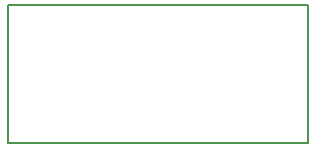
<source format=gbo>
G04 EAGLE Gerber RS-274X export*
G75*
%MOMM*%
%FSLAX34Y34*%
%LPD*%
%INBottom Silkscreen*%
%IPPOS*%
%AMOC8*
5,1,8,0,0,1.08239X$1,22.5*%
G01*
%ADD10C,0.152400*%


D10*
X998220Y942340D02*
X744220Y942340D01*
X744220Y825500D01*
X998220Y825500D01*
X998220Y942340D01*
M02*

</source>
